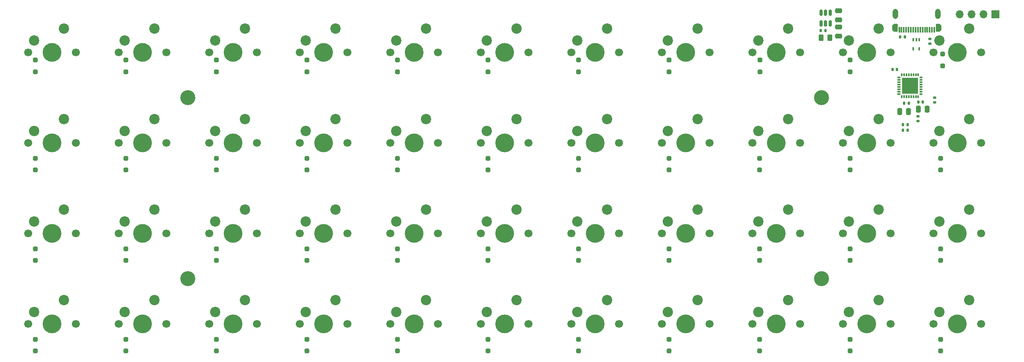
<source format=gbr>
%TF.GenerationSoftware,KiCad,Pcbnew,7.0.8*%
%TF.CreationDate,2023-10-13T02:07:57+02:00*%
%TF.ProjectId,keyboard_steamdeck,6b657962-6f61-4726-945f-737465616d64,V 1.0*%
%TF.SameCoordinates,Original*%
%TF.FileFunction,Soldermask,Bot*%
%TF.FilePolarity,Negative*%
%FSLAX46Y46*%
G04 Gerber Fmt 4.6, Leading zero omitted, Abs format (unit mm)*
G04 Created by KiCad (PCBNEW 7.0.8) date 2023-10-13 02:07:57*
%MOMM*%
%LPD*%
G01*
G04 APERTURE LIST*
G04 Aperture macros list*
%AMRoundRect*
0 Rectangle with rounded corners*
0 $1 Rounding radius*
0 $2 $3 $4 $5 $6 $7 $8 $9 X,Y pos of 4 corners*
0 Add a 4 corners polygon primitive as box body*
4,1,4,$2,$3,$4,$5,$6,$7,$8,$9,$2,$3,0*
0 Add four circle primitives for the rounded corners*
1,1,$1+$1,$2,$3*
1,1,$1+$1,$4,$5*
1,1,$1+$1,$6,$7*
1,1,$1+$1,$8,$9*
0 Add four rect primitives between the rounded corners*
20,1,$1+$1,$2,$3,$4,$5,0*
20,1,$1+$1,$4,$5,$6,$7,0*
20,1,$1+$1,$6,$7,$8,$9,0*
20,1,$1+$1,$8,$9,$2,$3,0*%
%AMFreePoly0*
4,1,17,-0.600000,0.455000,-0.180000,0.875000,0.300000,0.875000,0.368685,0.867031,0.469541,0.822499,0.547499,0.744541,0.592031,0.643685,0.600000,0.575000,0.600000,-0.575000,0.592031,-0.643685,0.547499,-0.744541,0.469541,-0.822499,0.368685,-0.867031,0.300000,-0.875000,-0.180000,-0.875000,-0.600000,-0.455000,-0.600000,0.455000,-0.600000,0.455000,$1*%
G04 Aperture macros list end*
%ADD10C,1.700000*%
%ADD11C,4.000000*%
%ADD12C,2.200000*%
%ADD13C,3.200000*%
%ADD14RoundRect,0.250000X0.250000X-0.250000X0.250000X0.250000X-0.250000X0.250000X-0.250000X-0.250000X0*%
%ADD15RoundRect,0.140000X0.140000X0.170000X-0.140000X0.170000X-0.140000X-0.170000X0.140000X-0.170000X0*%
%ADD16R,0.300000X1.200000*%
%ADD17FreePoly0,180.000000*%
%ADD18O,1.200000X2.150000*%
%ADD19FreePoly0,0.000000*%
%ADD20RoundRect,0.150000X-0.150000X0.512500X-0.150000X-0.512500X0.150000X-0.512500X0.150000X0.512500X0*%
%ADD21RoundRect,0.140000X-0.140000X-0.170000X0.140000X-0.170000X0.140000X0.170000X-0.140000X0.170000X0*%
%ADD22RoundRect,0.250000X0.250000X0.475000X-0.250000X0.475000X-0.250000X-0.475000X0.250000X-0.475000X0*%
%ADD23RoundRect,0.135000X0.185000X-0.135000X0.185000X0.135000X-0.185000X0.135000X-0.185000X-0.135000X0*%
%ADD24R,1.700000X1.700000*%
%ADD25O,1.700000X1.700000*%
%ADD26RoundRect,0.250000X-0.262500X-0.450000X0.262500X-0.450000X0.262500X0.450000X-0.262500X0.450000X0*%
%ADD27RoundRect,0.250000X-0.250000X-0.475000X0.250000X-0.475000X0.250000X0.475000X-0.250000X0.475000X0*%
%ADD28RoundRect,0.135000X-0.135000X-0.185000X0.135000X-0.185000X0.135000X0.185000X-0.135000X0.185000X0*%
%ADD29RoundRect,0.250000X0.475000X-0.250000X0.475000X0.250000X-0.475000X0.250000X-0.475000X-0.250000X0*%
%ADD30RoundRect,0.135000X0.135000X0.185000X-0.135000X0.185000X-0.135000X-0.185000X0.135000X-0.185000X0*%
%ADD31RoundRect,0.250000X-0.475000X0.250000X-0.475000X-0.250000X0.475000X-0.250000X0.475000X0.250000X0*%
%ADD32R,0.400000X0.650000*%
%ADD33R,0.304800X0.609600*%
%ADD34R,0.609600X0.304800*%
%ADD35R,3.454400X3.454400*%
G04 APERTURE END LIST*
%TO.C,IC1*%
G36*
X262841644Y-108362800D02*
G01*
X262536844Y-108362800D01*
X262536844Y-107753200D01*
X262841644Y-107753200D01*
X262841644Y-108362800D01*
G37*
G36*
X263341770Y-108362800D02*
G01*
X263036970Y-108362800D01*
X263036970Y-107753200D01*
X263341770Y-107753200D01*
X263341770Y-108362800D01*
G37*
G36*
X263841896Y-108362800D02*
G01*
X263537096Y-108362800D01*
X263537096Y-107753200D01*
X263841896Y-107753200D01*
X263841896Y-108362800D01*
G37*
G36*
X264342022Y-108362800D02*
G01*
X264037222Y-108362800D01*
X264037222Y-107753200D01*
X264342022Y-107753200D01*
X264342022Y-108362800D01*
G37*
G36*
X264842148Y-108362800D02*
G01*
X264537348Y-108362800D01*
X264537348Y-107753200D01*
X264842148Y-107753200D01*
X264842148Y-108362800D01*
G37*
G36*
X265342274Y-108362800D02*
G01*
X265037474Y-108362800D01*
X265037474Y-107753200D01*
X265342274Y-107753200D01*
X265342274Y-108362800D01*
G37*
G36*
X265842400Y-108362800D02*
G01*
X265537600Y-108362800D01*
X265537600Y-107753200D01*
X265842400Y-107753200D01*
X265842400Y-108362800D01*
G37*
G36*
X266342526Y-108362800D02*
G01*
X266037726Y-108362800D01*
X266037726Y-107753200D01*
X266342526Y-107753200D01*
X266342526Y-108362800D01*
G37*
G36*
X262394485Y-107610841D02*
G01*
X261784885Y-107610841D01*
X261784885Y-107306041D01*
X262394485Y-107306041D01*
X262394485Y-107610841D01*
G37*
G36*
X267094485Y-107610841D02*
G01*
X266484885Y-107610841D01*
X266484885Y-107306041D01*
X267094485Y-107306041D01*
X267094485Y-107610841D01*
G37*
G36*
X262394485Y-107110715D02*
G01*
X261784885Y-107110715D01*
X261784885Y-106805915D01*
X262394485Y-106805915D01*
X262394485Y-107110715D01*
G37*
G36*
X267094485Y-107110715D02*
G01*
X266484885Y-107110715D01*
X266484885Y-106805915D01*
X267094485Y-106805915D01*
X267094485Y-107110715D01*
G37*
G36*
X262394485Y-106610589D02*
G01*
X261784885Y-106610589D01*
X261784885Y-106305789D01*
X262394485Y-106305789D01*
X262394485Y-106610589D01*
G37*
G36*
X267094485Y-106610589D02*
G01*
X266484885Y-106610589D01*
X266484885Y-106305789D01*
X267094485Y-106305789D01*
X267094485Y-106610589D01*
G37*
G36*
X262394485Y-106110463D02*
G01*
X261784885Y-106110463D01*
X261784885Y-105805663D01*
X262394485Y-105805663D01*
X262394485Y-106110463D01*
G37*
G36*
X267094485Y-106110463D02*
G01*
X266484885Y-106110463D01*
X266484885Y-105805663D01*
X267094485Y-105805663D01*
X267094485Y-106110463D01*
G37*
G36*
X262394485Y-105610337D02*
G01*
X261784885Y-105610337D01*
X261784885Y-105305537D01*
X262394485Y-105305537D01*
X262394485Y-105610337D01*
G37*
G36*
X267094485Y-105610337D02*
G01*
X266484885Y-105610337D01*
X266484885Y-105305537D01*
X267094485Y-105305537D01*
X267094485Y-105610337D01*
G37*
G36*
X262394485Y-105110211D02*
G01*
X261784885Y-105110211D01*
X261784885Y-104805411D01*
X262394485Y-104805411D01*
X262394485Y-105110211D01*
G37*
G36*
X267094485Y-105110211D02*
G01*
X266484885Y-105110211D01*
X266484885Y-104805411D01*
X267094485Y-104805411D01*
X267094485Y-105110211D01*
G37*
G36*
X262394485Y-104610085D02*
G01*
X261784885Y-104610085D01*
X261784885Y-104305285D01*
X262394485Y-104305285D01*
X262394485Y-104610085D01*
G37*
G36*
X267094485Y-104610085D02*
G01*
X266484885Y-104610085D01*
X266484885Y-104305285D01*
X267094485Y-104305285D01*
X267094485Y-104610085D01*
G37*
G36*
X262394485Y-104109959D02*
G01*
X261784885Y-104109959D01*
X261784885Y-103805159D01*
X262394485Y-103805159D01*
X262394485Y-104109959D01*
G37*
G36*
X267094485Y-104109959D02*
G01*
X266484885Y-104109959D01*
X266484885Y-103805159D01*
X267094485Y-103805159D01*
X267094485Y-104109959D01*
G37*
G36*
X262841644Y-103662800D02*
G01*
X262536844Y-103662800D01*
X262536844Y-103053200D01*
X262841644Y-103053200D01*
X262841644Y-103662800D01*
G37*
G36*
X263341770Y-103662800D02*
G01*
X263036970Y-103662800D01*
X263036970Y-103053200D01*
X263341770Y-103053200D01*
X263341770Y-103662800D01*
G37*
G36*
X263841896Y-103662800D02*
G01*
X263537096Y-103662800D01*
X263537096Y-103053200D01*
X263841896Y-103053200D01*
X263841896Y-103662800D01*
G37*
G36*
X264342022Y-103662800D02*
G01*
X264037222Y-103662800D01*
X264037222Y-103053200D01*
X264342022Y-103053200D01*
X264342022Y-103662800D01*
G37*
G36*
X264842148Y-103662800D02*
G01*
X264537348Y-103662800D01*
X264537348Y-103053200D01*
X264842148Y-103053200D01*
X264842148Y-103662800D01*
G37*
G36*
X265342274Y-103662800D02*
G01*
X265037474Y-103662800D01*
X265037474Y-103053200D01*
X265342274Y-103053200D01*
X265342274Y-103662800D01*
G37*
G36*
X265842400Y-103662800D02*
G01*
X265537600Y-103662800D01*
X265537600Y-103053200D01*
X265842400Y-103053200D01*
X265842400Y-103662800D01*
G37*
G36*
X266342526Y-103662800D02*
G01*
X266037726Y-103662800D01*
X266037726Y-103053200D01*
X266342526Y-103053200D01*
X266342526Y-103662800D01*
G37*
%TD*%
D10*
%TO.C,B15*%
X134366000Y-137160000D03*
D11*
X139446000Y-137160000D03*
D10*
X144526000Y-137160000D03*
D12*
X141986000Y-132080000D03*
X135636000Y-134620000D03*
%TD*%
D13*
%TO.C,H2*%
X110490000Y-108208000D03*
%TD*%
D10*
%TO.C,B36*%
X230886000Y-156464000D03*
D11*
X235966000Y-156464000D03*
D10*
X241046000Y-156464000D03*
D12*
X238506000Y-151384000D03*
X232156000Y-153924000D03*
%TD*%
D10*
%TO.C,B2*%
X76454000Y-98552000D03*
D11*
X81534000Y-98552000D03*
D10*
X86614000Y-98552000D03*
D12*
X84074000Y-93472000D03*
X77724000Y-96012000D03*
%TD*%
D10*
%TO.C,B40*%
X250190000Y-156464000D03*
D11*
X255270000Y-156464000D03*
D10*
X260350000Y-156464000D03*
D12*
X257810000Y-151384000D03*
X251460000Y-153924000D03*
%TD*%
D10*
%TO.C,B34*%
X230886000Y-117856000D03*
D11*
X235966000Y-117856000D03*
D10*
X241046000Y-117856000D03*
D12*
X238506000Y-112776000D03*
X232156000Y-115316000D03*
%TD*%
D10*
%TO.C,B9*%
X95758000Y-137160000D03*
D11*
X100838000Y-137160000D03*
D10*
X105918000Y-137160000D03*
D12*
X103378000Y-132080000D03*
X97028000Y-134620000D03*
%TD*%
D10*
%TO.C,B8*%
X95758000Y-117856000D03*
D11*
X100838000Y-117856000D03*
D10*
X105918000Y-117856000D03*
D12*
X103378000Y-112776000D03*
X97028000Y-115316000D03*
%TD*%
D10*
%TO.C,B18*%
X153670000Y-117856000D03*
D11*
X158750000Y-117856000D03*
D10*
X163830000Y-117856000D03*
D12*
X161290000Y-112776000D03*
X154940000Y-115316000D03*
%TD*%
D10*
%TO.C,B25*%
X192278000Y-98552000D03*
D11*
X197358000Y-98552000D03*
D10*
X202438000Y-98552000D03*
D12*
X199898000Y-93472000D03*
X193548000Y-96012000D03*
%TD*%
D10*
%TO.C,B39*%
X250190000Y-137160000D03*
D11*
X255270000Y-137160000D03*
D10*
X260350000Y-137160000D03*
D12*
X257810000Y-132080000D03*
X251460000Y-134620000D03*
%TD*%
D10*
%TO.C,B29*%
X211582000Y-98552000D03*
D11*
X216662000Y-98552000D03*
D10*
X221742000Y-98552000D03*
D12*
X219202000Y-93472000D03*
X212852000Y-96012000D03*
%TD*%
D10*
%TO.C,B5*%
X134366000Y-98552000D03*
D11*
X139446000Y-98552000D03*
D10*
X144526000Y-98552000D03*
D12*
X141986000Y-93472000D03*
X135636000Y-96012000D03*
%TD*%
D10*
%TO.C,B13*%
X115062000Y-156464000D03*
D11*
X120142000Y-156464000D03*
D10*
X125222000Y-156464000D03*
D12*
X122682000Y-151384000D03*
X116332000Y-153924000D03*
%TD*%
D10*
%TO.C,B27*%
X192278000Y-137160000D03*
D11*
X197358000Y-137160000D03*
D10*
X202438000Y-137160000D03*
D12*
X199898000Y-132080000D03*
X193548000Y-134620000D03*
%TD*%
D10*
%TO.C,B41*%
X269494000Y-98552000D03*
D11*
X274574000Y-98552000D03*
D10*
X279654000Y-98552000D03*
D12*
X277114000Y-93472000D03*
X270764000Y-96012000D03*
%TD*%
D10*
%TO.C,B26*%
X192278000Y-117856000D03*
D11*
X197358000Y-117856000D03*
D10*
X202438000Y-117856000D03*
D12*
X199898000Y-112776000D03*
X193548000Y-115316000D03*
%TD*%
D10*
%TO.C,B35*%
X230886000Y-137160000D03*
D11*
X235966000Y-137160000D03*
D10*
X241046000Y-137160000D03*
D12*
X238506000Y-132080000D03*
X232156000Y-134620000D03*
%TD*%
D10*
%TO.C,B30*%
X211582000Y-117856000D03*
D11*
X216662000Y-117856000D03*
D10*
X221742000Y-117856000D03*
D12*
X219202000Y-112776000D03*
X212852000Y-115316000D03*
%TD*%
D10*
%TO.C,B33*%
X230886000Y-98552000D03*
D11*
X235966000Y-98552000D03*
D10*
X241046000Y-98552000D03*
D12*
X238506000Y-93472000D03*
X232156000Y-96012000D03*
%TD*%
D10*
%TO.C,B23*%
X172974000Y-137160000D03*
D11*
X178054000Y-137160000D03*
D10*
X183134000Y-137160000D03*
D12*
X180594000Y-132080000D03*
X174244000Y-134620000D03*
%TD*%
D10*
%TO.C,B3*%
X95758000Y-98552000D03*
D11*
X100838000Y-98552000D03*
D10*
X105918000Y-98552000D03*
D12*
X103378000Y-93472000D03*
X97028000Y-96012000D03*
%TD*%
D13*
%TO.C,H1*%
X110490000Y-146812000D03*
%TD*%
D10*
%TO.C,B12*%
X115062000Y-137160000D03*
D11*
X120142000Y-137160000D03*
D10*
X125222000Y-137160000D03*
D12*
X122682000Y-132080000D03*
X116332000Y-134620000D03*
%TD*%
D10*
%TO.C,B10*%
X95758000Y-156464000D03*
D11*
X100838000Y-156464000D03*
D10*
X105918000Y-156464000D03*
D12*
X103378000Y-151384000D03*
X97028000Y-153924000D03*
%TD*%
D10*
%TO.C,B17*%
X153670000Y-98552000D03*
D11*
X158750000Y-98552000D03*
D10*
X163830000Y-98552000D03*
D12*
X161290000Y-93472000D03*
X154940000Y-96012000D03*
%TD*%
D10*
%TO.C,B44*%
X269494000Y-156464000D03*
D11*
X274574000Y-156464000D03*
D10*
X279654000Y-156464000D03*
D12*
X277114000Y-151384000D03*
X270764000Y-153924000D03*
%TD*%
D10*
%TO.C,B16*%
X134366000Y-156464000D03*
D11*
X139446000Y-156464000D03*
D10*
X144526000Y-156464000D03*
D12*
X141986000Y-151384000D03*
X135636000Y-153924000D03*
%TD*%
D10*
%TO.C,B7*%
X76454000Y-156464000D03*
D11*
X81534000Y-156464000D03*
D10*
X86614000Y-156464000D03*
D12*
X84074000Y-151384000D03*
X77724000Y-153924000D03*
%TD*%
D10*
%TO.C,B28*%
X192278000Y-156464000D03*
D11*
X197358000Y-156464000D03*
D10*
X202438000Y-156464000D03*
D12*
X199898000Y-151384000D03*
X193548000Y-153924000D03*
%TD*%
D10*
%TO.C,B21*%
X172974000Y-98552000D03*
D11*
X178054000Y-98552000D03*
D10*
X183134000Y-98552000D03*
D12*
X180594000Y-93472000D03*
X174244000Y-96012000D03*
%TD*%
D13*
%TO.C,H3*%
X245618000Y-108204000D03*
%TD*%
D10*
%TO.C,B6*%
X76454000Y-137160000D03*
D11*
X81534000Y-137160000D03*
D10*
X86614000Y-137160000D03*
D12*
X84074000Y-132080000D03*
X77724000Y-134620000D03*
%TD*%
D10*
%TO.C,B14*%
X134366000Y-117856000D03*
D11*
X139446000Y-117856000D03*
D10*
X144526000Y-117856000D03*
D12*
X141986000Y-112776000D03*
X135636000Y-115316000D03*
%TD*%
D10*
%TO.C,B38*%
X250190000Y-117856000D03*
D11*
X255270000Y-117856000D03*
D10*
X260350000Y-117856000D03*
D12*
X257810000Y-112776000D03*
X251460000Y-115316000D03*
%TD*%
D10*
%TO.C,B1*%
X76454000Y-117856000D03*
D11*
X81534000Y-117856000D03*
D10*
X86614000Y-117856000D03*
D12*
X84074000Y-112776000D03*
X77724000Y-115316000D03*
%TD*%
D10*
%TO.C,B20*%
X153670000Y-156464000D03*
D11*
X158750000Y-156464000D03*
D10*
X163830000Y-156464000D03*
D12*
X161290000Y-151384000D03*
X154940000Y-153924000D03*
%TD*%
D10*
%TO.C,B32*%
X211582000Y-156464000D03*
D11*
X216662000Y-156464000D03*
D10*
X221742000Y-156464000D03*
D12*
X219202000Y-151384000D03*
X212852000Y-153924000D03*
%TD*%
D10*
%TO.C,B11*%
X115062000Y-117856000D03*
D11*
X120142000Y-117856000D03*
D10*
X125222000Y-117856000D03*
D12*
X122682000Y-112776000D03*
X116332000Y-115316000D03*
%TD*%
D10*
%TO.C,B37*%
X250190000Y-98552000D03*
D11*
X255270000Y-98552000D03*
D10*
X260350000Y-98552000D03*
D12*
X257810000Y-93472000D03*
X251460000Y-96012000D03*
%TD*%
D10*
%TO.C,B4*%
X115062000Y-98552000D03*
D11*
X120142000Y-98552000D03*
D10*
X125222000Y-98552000D03*
D12*
X122682000Y-93472000D03*
X116332000Y-96012000D03*
%TD*%
D13*
%TO.C,H4*%
X245618000Y-146812000D03*
%TD*%
D10*
%TO.C,B43*%
X269494000Y-137160000D03*
D11*
X274574000Y-137160000D03*
D10*
X279654000Y-137160000D03*
D12*
X277114000Y-132080000D03*
X270764000Y-134620000D03*
%TD*%
D10*
%TO.C,B22*%
X172974000Y-117856000D03*
D11*
X178054000Y-117856000D03*
D10*
X183134000Y-117856000D03*
D12*
X180594000Y-112776000D03*
X174244000Y-115316000D03*
%TD*%
D10*
%TO.C,B19*%
X153670000Y-137160000D03*
D11*
X158750000Y-137160000D03*
D10*
X163830000Y-137160000D03*
D12*
X161290000Y-132080000D03*
X154940000Y-134620000D03*
%TD*%
D10*
%TO.C,B42*%
X269494000Y-117856000D03*
D11*
X274574000Y-117856000D03*
D10*
X279654000Y-117856000D03*
D12*
X277114000Y-112776000D03*
X270764000Y-115316000D03*
%TD*%
D10*
%TO.C,B24*%
X172974000Y-156464000D03*
D11*
X178054000Y-156464000D03*
D10*
X183134000Y-156464000D03*
D12*
X180594000Y-151384000D03*
X174244000Y-153924000D03*
%TD*%
D10*
%TO.C,B31*%
X211582000Y-137160000D03*
D11*
X216662000Y-137160000D03*
D10*
X221742000Y-137160000D03*
D12*
X219202000Y-132080000D03*
X212852000Y-134620000D03*
%TD*%
D14*
%TO.C,D7*%
X97282000Y-123678000D03*
X97282000Y-121178000D03*
%TD*%
D15*
%TO.C,C2*%
X267170000Y-109208000D03*
X266210000Y-109208000D03*
%TD*%
D16*
%TO.C,J3*%
X262140000Y-93743000D03*
X263140000Y-93743000D03*
X264140000Y-93743000D03*
X265140000Y-93743000D03*
X266640000Y-93743000D03*
X267640000Y-93743000D03*
X268640000Y-93743000D03*
X269640000Y-93743000D03*
X269140000Y-93743000D03*
X268140000Y-93743000D03*
X267140000Y-93743000D03*
X266140000Y-93743000D03*
X265640000Y-93743000D03*
X264640000Y-93743000D03*
X263640000Y-93743000D03*
X262640000Y-93743000D03*
D17*
X270560000Y-93343000D03*
D18*
X270410000Y-90343000D03*
D19*
X261220000Y-93343000D03*
D18*
X261370000Y-90343000D03*
%TD*%
D14*
%TO.C,D11*%
X77978000Y-102708000D03*
X77978000Y-100208000D03*
%TD*%
%TO.C,D34*%
X193802000Y-162286000D03*
X193802000Y-159786000D03*
%TD*%
D20*
%TO.C,U2*%
X245508000Y-90133000D03*
X246458000Y-90133000D03*
X247408000Y-90133000D03*
X247408000Y-92408000D03*
X246458000Y-92408000D03*
X245508000Y-92408000D03*
%TD*%
D15*
%TO.C,C10*%
X246400000Y-93958000D03*
X245440000Y-93958000D03*
%TD*%
D14*
%TO.C,D10*%
X155194000Y-123678000D03*
X155194000Y-121178000D03*
%TD*%
%TO.C,D31*%
X174498000Y-142982000D03*
X174498000Y-140482000D03*
%TD*%
D21*
%TO.C,C3*%
X260710000Y-102208000D03*
X261670000Y-102208000D03*
%TD*%
D14*
%TO.C,D24*%
X97282000Y-162286000D03*
X97282000Y-159786000D03*
%TD*%
%TO.C,D4*%
X232410000Y-123678000D03*
X232410000Y-121178000D03*
%TD*%
%TO.C,D36*%
X213106000Y-162286000D03*
X213106000Y-159786000D03*
%TD*%
D22*
%TO.C,C4*%
X268140000Y-110708000D03*
X266240000Y-110708000D03*
%TD*%
D14*
%TO.C,D35*%
X213106000Y-142982000D03*
X213106000Y-140482000D03*
%TD*%
%TO.C,D44*%
X271018000Y-162286000D03*
X271018000Y-159786000D03*
%TD*%
%TO.C,D1*%
X174498000Y-123678000D03*
X174498000Y-121178000D03*
%TD*%
%TO.C,D37*%
X232410000Y-142982000D03*
X232410000Y-140482000D03*
%TD*%
%TO.C,D22*%
X77978000Y-162286000D03*
X77978000Y-159786000D03*
%TD*%
%TO.C,D42*%
X271018000Y-123678000D03*
X271018000Y-121178000D03*
%TD*%
%TO.C,D6*%
X77978000Y-123678000D03*
X77978000Y-121178000D03*
%TD*%
D23*
%TO.C,FB1*%
X266190000Y-113228000D03*
X266190000Y-112208000D03*
%TD*%
D14*
%TO.C,D20*%
X251714000Y-102708000D03*
X251714000Y-100208000D03*
%TD*%
%TO.C,D16*%
X174498000Y-102708000D03*
X174498000Y-100208000D03*
%TD*%
%TO.C,D9*%
X135890000Y-123678000D03*
X135890000Y-121178000D03*
%TD*%
%TO.C,D40*%
X251714000Y-162286000D03*
X251714000Y-159786000D03*
%TD*%
%TO.C,D41*%
X271440000Y-101458000D03*
X271440000Y-98958000D03*
%TD*%
%TO.C,D19*%
X232440000Y-102708000D03*
X232440000Y-100208000D03*
%TD*%
%TO.C,D30*%
X155194000Y-162286000D03*
X155194000Y-159786000D03*
%TD*%
%TO.C,D29*%
X155194000Y-142982000D03*
X155194000Y-140482000D03*
%TD*%
%TO.C,D5*%
X251714000Y-123678000D03*
X251714000Y-121178000D03*
%TD*%
%TO.C,D3*%
X213106000Y-123678000D03*
X213106000Y-121178000D03*
%TD*%
%TO.C,D32*%
X174498000Y-162286000D03*
X174498000Y-159786000D03*
%TD*%
%TO.C,D43*%
X271018000Y-142982000D03*
X271018000Y-140482000D03*
%TD*%
%TO.C,D17*%
X193802000Y-102708000D03*
X193802000Y-100208000D03*
%TD*%
D24*
%TO.C,J2*%
X282702000Y-90424000D03*
D25*
X280162000Y-90424000D03*
X277622000Y-90424000D03*
X275082000Y-90424000D03*
%TD*%
D14*
%TO.C,D13*%
X116586000Y-102708000D03*
X116586000Y-100208000D03*
%TD*%
%TO.C,D26*%
X116586000Y-162286000D03*
X116586000Y-159786000D03*
%TD*%
%TO.C,D8*%
X116586000Y-123678000D03*
X116586000Y-121178000D03*
%TD*%
D26*
%TO.C,L2*%
X245527500Y-95458000D03*
X247352500Y-95458000D03*
%TD*%
D14*
%TO.C,D23*%
X97282000Y-142982000D03*
X97282000Y-140482000D03*
%TD*%
D23*
%TO.C,R6*%
X268690000Y-96708000D03*
X268690000Y-95688000D03*
%TD*%
D27*
%TO.C,C5*%
X262240000Y-111208000D03*
X264140000Y-111208000D03*
%TD*%
D14*
%TO.C,D27*%
X135890000Y-142982000D03*
X135890000Y-140482000D03*
%TD*%
%TO.C,D33*%
X193802000Y-142982000D03*
X193802000Y-140482000D03*
%TD*%
D28*
%TO.C,R3*%
X262378000Y-95250000D03*
X263398000Y-95250000D03*
%TD*%
D23*
%TO.C,R2*%
X269690000Y-109228000D03*
X269690000Y-108208000D03*
%TD*%
D14*
%TO.C,D21*%
X77978000Y-142982000D03*
X77978000Y-140482000D03*
%TD*%
D29*
%TO.C,C9*%
X249190000Y-95108000D03*
X249190000Y-93208000D03*
%TD*%
D14*
%TO.C,D15*%
X155194000Y-102708000D03*
X155194000Y-100208000D03*
%TD*%
D30*
%TO.C,R1*%
X263950000Y-115208000D03*
X262930000Y-115208000D03*
%TD*%
D21*
%TO.C,C1*%
X263210000Y-109458000D03*
X264170000Y-109458000D03*
%TD*%
D31*
%TO.C,C8*%
X249190000Y-89708000D03*
X249190000Y-91608000D03*
%TD*%
D14*
%TO.C,D2*%
X193802000Y-123678000D03*
X193802000Y-121178000D03*
%TD*%
%TO.C,D12*%
X97282000Y-102708000D03*
X97282000Y-100208000D03*
%TD*%
%TO.C,D25*%
X116586000Y-142982000D03*
X116586000Y-140482000D03*
%TD*%
%TO.C,D38*%
X232410000Y-162286000D03*
X232410000Y-159786000D03*
%TD*%
%TO.C,D28*%
X135890000Y-162286000D03*
X135890000Y-159786000D03*
%TD*%
D21*
%TO.C,C6*%
X262960000Y-113958000D03*
X263920000Y-113958000D03*
%TD*%
D32*
%TO.C,D46*%
X265146000Y-95890000D03*
X265796000Y-95890000D03*
X266446000Y-95890000D03*
X266446000Y-97790000D03*
X265146000Y-97790000D03*
%TD*%
D14*
%TO.C,D39*%
X251714000Y-142982000D03*
X251714000Y-140482000D03*
%TD*%
%TO.C,D14*%
X135890000Y-102708000D03*
X135890000Y-100208000D03*
%TD*%
%TO.C,D18*%
X213106000Y-102708000D03*
X213106000Y-100208000D03*
%TD*%
D33*
%TO.C,IC1*%
X266190126Y-108058000D03*
X265690000Y-108058000D03*
X265189874Y-108058000D03*
X264689748Y-108058000D03*
X264189622Y-108058000D03*
X263689496Y-108058000D03*
X263189370Y-108058000D03*
X262689244Y-108058000D03*
D34*
X262089685Y-107458441D03*
X262089685Y-106958315D03*
X262089685Y-106458189D03*
X262089685Y-105958063D03*
X262089685Y-105457937D03*
X262089685Y-104957811D03*
X262089685Y-104457685D03*
X262089685Y-103957559D03*
D33*
X262689244Y-103358000D03*
X263189370Y-103358000D03*
X263689496Y-103358000D03*
X264189622Y-103358000D03*
X264689748Y-103358000D03*
X265189874Y-103358000D03*
X265690000Y-103358000D03*
X266190126Y-103358000D03*
D34*
X266789685Y-103957559D03*
X266789685Y-104457685D03*
X266789685Y-104957811D03*
X266789685Y-105457937D03*
X266789685Y-105958063D03*
X266789685Y-106458189D03*
X266789685Y-106958315D03*
X266789685Y-107458441D03*
D35*
X264439685Y-105708000D03*
%TD*%
M02*

</source>
